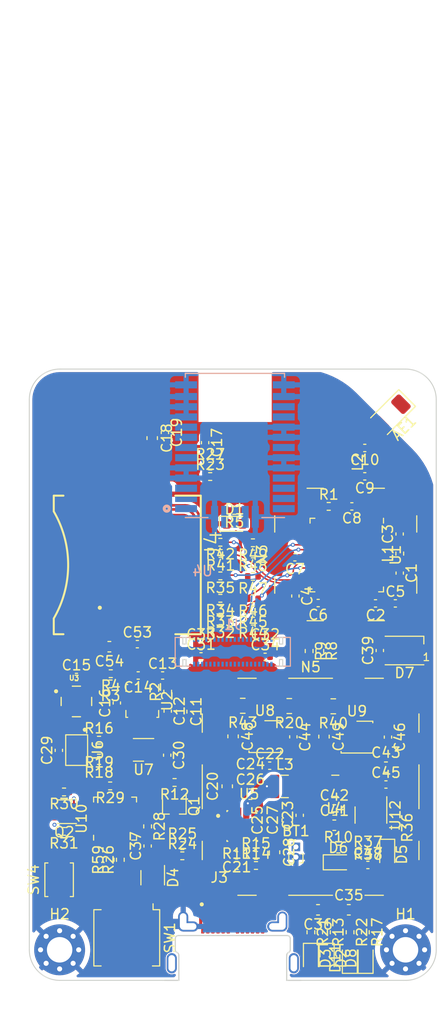
<source format=kicad_pcb>
(kicad_pcb (version 20211014) (generator pcbnew)
  (layers (0 "F.Cu" signal) (1 "In1.Cu" signal) (2 "In2.Cu" signal) (31 "B.Cu" signal) (34 "B.Paste" user) (35 "F.Paste" user) (36 "B.SilkS" user "B.Silkscreen") (37 "F.SilkS" user "F.Silkscreen") (38 "B.Mask" user) (39 "F.Mask" user) (44 "Edge.Cuts" user))
  (net 0 "")
  (net 1 "GND")
  (net 2 "Net-(C16-Pad1)")
  (net 3 "/Processor/3V3_ESP_VDDA_FILT")
  (net 4 "VDD_AUX_3V3")
  (net 5 "VBUS")
  (net 6 "VBUS_OVP")
  (net 7 "VDD_NVDC")
  (net 8 "+BATT")
  (net 9 "/GPS/GPS_RF")
  (net 10 "Net-(C48-Pad1)")
  (net 11 "Net-(C9-Pad1)")
  (net 12 "Net-(C22-Pad1)")
  (net 13 "Net-(C14-Pad1)")
  (net 14 "Net-(C22-Pad2)")
  (net 15 "Net-(C49-Pad1)")
  (net 16 "Net-(C29-Pad2)")
  (net 17 "Net-(C47-Pad2)")
  (net 18 "/Processor/DEV_BTN.RST")
  (net 19 "/Processor/DEV_BTN.BOOT")
  (net 20 "/GPS/L96_1PPS")
  (net 21 "Net-(D3-Pad1)")
  (net 22 "Net-(D2-Pad1)")
  (net 23 "/BMS/SENSOR_I2C.SDA")
  (net 24 "/BMS/SENSOR_I2C.SCL")
  (net 25 "Net-(D1-Pad2)")
  (net 26 "/Processor/USB_PRESENT")
  (net 27 "/BMS/THERM_SHDN")
  (net 38 "Net-(L4-Pad1)")
  (net 39 "/Processor/DEBUG_UART.RXD")
  (net 40 "/USB/CP2102N_UART_TX")
  (net 41 "/Processor/DEBUG_UART.TXD")
  (net 42 "/USB/CP2102N_UART_RX")
  (net 43 "/GPS/GPS_UART.RX")
  (net 44 "/GPS/GPS_UART.TX")
  (net 45 "Net-(R2-Pad1)")
  (net 46 "VDD_DISP_3V3")
  (net 47 "VDD_CORE_3V3")
  (net 48 "Net-(R14-Pad1)")
  (net 49 "Net-(R15-Pad1)")
  (net 50 "Net-(R28-Pad1)")
  (net 51 "/Processor/SDMMC.D2")
  (net 52 "/Processor/SDMMC.D3")
  (net 53 "/Processor/SDMMC.CMD")
  (net 54 "/Processor/SDMMC.CLK")
  (net 55 "/Processor/SDMMC.D0")
  (net 56 "/Processor/SDMMC.D1")
  (net 58 "/Processor/STATUS_LED")
  (net 59 "/Display B2B/DISPLAY.MOSI")
  (net 60 "/Display B2B/DISPLAY.MISO")
  (net 61 "/Display B2B/DISPLAY.SCLK")
  (net 62 "/Display B2B/DISPLAY.CS")
  (net 63 "/Display B2B/DISPLAY.DC")
  (net 64 "/Display B2B/DISPLAY.BL")
  (net 67 "/BMS/USB_CC.1")
  (net 68 "Net-(J4-Pad1)")
  (net 69 "/BMS/USB_CC.2")
  (net 70 "/Display B2B/USR_BTN.NAV_A")
  (net 71 "/Display B2B/USR_BTN.PWR")
  (net 76 "Net-(C13-Pad1)")
  (net 101 "/USB/PORT_D+")
  (net 102 "/USB/PORT_D-")
  (net 103 "/USB/CP2102N_D+")
  (net 104 "/USB/CP2102N_D-")
  (net 105 "/BMS/USB_CHG.D+")
  (net 106 "/BMS/USB_CHG.D-")
  (net 108 "Net-(AE1-Pad2)")
  (net 109 "Net-(J4-Pad2)")
  (net 110 "Net-(J4-Pad3)")
  (net 111 "Net-(J4-Pad5)")
  (net 112 "Net-(J4-Pad7)")
  (net 113 "Net-(J4-Pad8)")
  (net 114 "Net-(C21-Pad1)")
  (net 115 "Net-(Q1-Pad2)")
  (net 116 "/Display B2B/STATUS_LED_EXT")
  (net 117 "/Display B2B/SPARE_0")
  (net 118 "/Display B2B/SPARE_1")
  (net 119 "/Display B2B/SPARE_2")
  (net 120 "Net-(R21-Pad1)")
  (net 121 "/Power/POWER_EN")
  (net 122 "/User Interface/STATUS_LED")
  (net 123 "/User Interface/STATUS_LED_EXT")
  (net 124 "/USB/CP2102N_DTR")
  (net 125 "/USB/~{RTS}_BASE")
  (net 126 "/USB/CP2102N_RTS")
  (net 127 "/USB/DTR_BASE")
  (net 128 "/USB/CP2102N_~{SUS}")
  (net 129 "/Processor/SPARE0")
  (net 130 "/Processor/POWER_EN")
  (net 131 "/Processor/SPARE1")
  (net 132 "/Processor/SPARE2")
  (net 133 "Net-(TP11-Pad1)")
  (net 134 "Net-(TP13-Pad1)")
  (net 135 "Net-(TP12-Pad1)")
  (net 136 "Net-(TP14-Pad1)")
  (net 145 "VDD_SYS_3V5")
  (net 148 "/Power/BOOTSTRAP")
  (net 149 "Net-(D6-Pad2)")
  (net 150 "Net-(D8-Pad1)")
  (net 151 "Net-(D8-Pad2)")
  (net 152 "Net-(D11-Pad1)")
  (net 153 "Net-(D11-Pad2)")
  (net 156 "/Processor/USR_BTN.PWR")
  (net 157 "/Processor/USR_BTN.NAV_A")
  (net 163 "Net-(C6-Pad1)")
  (net 164 "Net-(D6-Pad1)")
  (net 165 "Net-(R23-Pad1)")
  (net 166 "VDD_DISP_3V5")
  (net 167 "Net-(R27-Pad1)")
  (net 168 "Net-(C23-Pad1)")
  (footprint "Capacitor_SMD:C_0402_1005Metric" (layer "F.Cu") (at 160.43 90.1 -90)
    (fp_text reference "C1")
    (fp_text value "0.1u")
  )
  (footprint "Capacitor_SMD:C_0603_1608Metric" (layer "F.Cu") (at 154 114.85)
    (fp_text reference "C41")
    (fp_text value "10u")
  )
  (footprint "Package_DFN_QFN:DFN-8-1EP_3x3mm_P0.65mm_EP1.55x2.4mm" (layer "F.Cu") (at 147.175 106.15)
    (fp_text reference "U8")
    (fp_text value "NCV8187AMLExCG")
  )
  (footprint "Resistor_SMD:R_0402_1005Metric" (layer "F.Cu") (at 139.06 116.85)
    (fp_text reference "R25")
    (fp_text value "0")
  )
  (footprint "Resistor_SMD:R_0402_1005Metric" (layer "F.Cu") (at 130.875 108.5 180)
    (fp_text reference "R18")
    (fp_text value "4.7k")
  )
  (footprint "Resistor_SMD:R_0402_1005Metric" (layer "F.Cu") (at 146 92.625 180)
    (fp_text reference "R46")
    (fp_text value "10k")
  )
  (footprint "Resistor_SMD:R_0402_1005Metric" (layer "F.Cu") (at 154.4 117.1875)
    (fp_text reference "R10")
    (fp_text value "1k")
  )
  (footprint "Capacitor_SMD:C_0402_1005Metric" (layer "F.Cu") (at 160 93.075)
    (fp_text reference "C5")
    (fp_text value "0.1u")
  )
  (footprint "Resistor_SMD:R_0402_1005Metric" (layer "F.Cu") (at 157.31 116.55 180)
    (fp_text reference "R38")
    (fp_text value "100k")
  )
  (footprint "Resistor_SMD:R_0402_1005Metric" (layer "F.Cu") (at 137.625 101.75 90)
    (fp_text reference "R2")
    (fp_text value "10k")
  )
  (footprint "Resistor_SMD:R_0402_1005Metric" (layer "F.Cu") (at 142.8 93.675 180)
    (fp_text reference "R33")
    (fp_text value "22")
  )
  (footprint "Capacitor_SMD:C_0402_1005Metric" (layer "F.Cu") (at 150.175 92.35 -90)
    (fp_text reference "C4")
    (fp_text value "1u")
  )
  (footprint "Resistor_SMD:R_0402_1005Metric" (layer "F.Cu") (at 146.3 117.8)
    (fp_text reference "R15")
    (fp_text value "14k")
  )
  (footprint "RF_Shielding:Wuerth_36103205_20x20mm" (layer "F.Cu") (at 151.67 111.07375)
    (fp_text reference "N5")
    (fp_text value "SheildCan_Power")
  )
  (footprint "Capacitor_SMD:C_0603_1608Metric" (layer "F.Cu") (at 149.375 114.35 90)
    (fp_text reference "C27")
    (fp_text value "10u")
  )
  (footprint "Capacitor_SMD:C_0402_1005Metric" (layer "F.Cu") (at 147.2 98.325)
    (fp_text reference "C34")
    (fp_text value "1u")
  )
  (footprint "Capacitor_SMD:C_0603_1608Metric" (layer "F.Cu") (at 148.125 117.5 -90)
    (fp_text reference "C28")
    (fp_text value "10u")
  )
  (footprint "Resistor_SMD:R_0402_1005Metric" (layer "F.Cu") (at 139.06 117.85)
    (fp_text reference "R24")
    (fp_text value "0")
  )
  (footprint "Package_DFN_QFN:QFN-48-1EP_7x7mm_P0.5mm_EP5.3x5.3mm" (layer "F.Cu") (at 155.225 88.33 -90)
    (fp_text reference "U1")
    (fp_text value "ESP32-PICO-V3-02")
  )
  (footprint "Resistor_SMD:R_0402_1005Metric" (layer "F.Cu") (at 160.435 88.185 90)
    (fp_text reference "L1")
    (fp_text value "0")
  )
  (footprint "Resistor_SMD:R_0402_1005Metric" (layer "F.Cu") (at 146.3 118.8)
    (fp_text reference "R14")
    (fp_text value "14k")
  )
  (footprint "Resistor_SMD:R_0402_1005Metric" (layer "F.Cu") (at 157.05 125.35 -90)
    (fp_text reference "R17")
    (fp_text value "1k")
  )
  (footprint "Capacitor_SMD:C_0603_1608Metric" (layer "F.Cu") (at 154 113.35)
    (fp_text reference "C42")
    (fp_text value "10u")
  )
  (footprint "Capacitor_SMD:C_0402_1005Metric" (layer "F.Cu") (at 155.725 83.555 180)
    (fp_text reference "C8")
    (fp_text value "0.1u")
  )
  (footprint "bt_Connector_uSD:GCT_MEM2067-02-180-00-A_REVB" (layer "F.Cu") (at 133.65 89.3 -90)
    (fp_text reference "J4")
    (fp_text value "MEM2067")
  )
  (footprint "LED_SMD:LED_0603_1608Metric" (layer "F.Cu") (at 157.075 127.9 90)
    (fp_text reference "D8")
    (fp_text value "LED_Small_Filled")
  )
  (footprint "Resistor_SMD:R_0402_1005Metric" (layer "F.Cu") (at 142.8 94.775 180)
    (fp_text reference "R32")
    (fp_text value "22")
  )
  (footprint "Package_TO_SOT_SMD:TSOT-23-8" (layer "F.Cu") (at 157.6 113.85 -90)
    (fp_text reference "U12")
    (fp_text value "RT5789")
  )
  (footprint "Capacitor_SMD:C_0603_1608Metric" (layer "F.Cu") (at 139 103.7 -90)
    (fp_text reference "C11")
    (fp_text value "4.7u")
  )
  (footprint "Capacitor_SMD:C_0402_1005Metric" (layer "F.Cu") (at 160.420305 86.264695 90)
    (fp_text reference "C3")
    (fp_text value "0.1u")
  )
  (footprint "Capacitor_SMD:C_0402_1005Metric" (layer "F.Cu") (at 156.995 80.604265 180)
    (fp_text reference "C9")
    (fp_text value "0.1u")
  )
  (footprint "Capacitor_SMD:C_0402_1005Metric" (layer "F.Cu") (at 147.20066 97.27434)
    (fp_text reference "C32")
    (fp_text value "1u")
  )
  (footprint "Resistor_SMD:R_0402_1005Metric" (layer "F.Cu") (at 142.8 90.375 180)
    (fp_text reference "R35")
    (fp_text value "22")
  )
  (footprint "Capacitor_SMD:C_0402_1005Metric" (layer "F.Cu") (at 141.3 77.3 -90)
    (fp_text reference "C17")
    (fp_text value "0.1u")
  )
  (footprint "Resistor_SMD:R_0402_1005Metric" (layer "F.Cu") (at 146 88.225 180)
    (fp_text reference "R48")
    (fp_text value "10k")
  )
  (footprint "bt_Connector_USB:AMPHENOL_124019032112A" (layer "F.Cu") (at 144.02 127.615)
    (fp_text reference "J3")
    (fp_text value "USB_C_Receptacle")
    (fp_line (start 5.65 -1.64) (end 5.65 -0.54) (layer "Edge.Cuts") (width 0.12))
    (fp_line (start -5.35 -1.94) (end 0 -1.94) (layer "Edge.Cuts") (width 0.12))
    (fp_line (start 5.35 -1.94) (end 0 -1.94) (layer "Edge.Cuts") (width 0.12))
    (fp_line (start 5.3 2.46) (end 6.7 2.46) (layer "Edge.Cuts") (width 0.12))
    (fp_line (start 5.3 0) (end 5.3 2.46) (layer "Edge.Cuts") (width 0.12))
    (fp_line (start -5.3 0) (end -5.3 2.46) (layer "Edge.Cuts") (width 0.12))
    (fp_line (start -5.3 2.46) (end -6.7 2.46) (layer "Edge.Cuts") (width 0.12))
    (fp_line (start -5.65 -1.64) (end -5.65 -0.54) (layer "Edge.Cuts") (width 0.12))
    (fp_arc (start -5.65 -1.64) (mid -5.562132 -1.852132) (end -5.35 -1.94) (layer "Edge.Cuts") (width 0.12))
    (fp_arc (start -5.5 -0.29) (mid -5.357118 -0.174574) (end -5.3 0) (layer "Edge.Cuts") (width 0.12))
    (fp_arc (start 5.3 0) (mid 5.357118 -0.174574) (end 5.5 -0.29) (layer "Edge.Cuts") (width 0.12))
    (fp_arc (start 5.35 -1.94) (mid 5.562132 -1.852132) (end 5.65 -1.64) (layer "Edge.Cuts") (width 0.12))
    (fp_arc (start -5.5 -0.29) (mid -5.609623 -0.394226) (end -5.65 -0.54) (layer "Edge.Cuts") (width 0.12))
    (fp_arc (start 5.65 -0.54) (mid 5.609623 -0.394226) (end 5.5 -0.29) (layer "Edge.Cuts") (width 0.12))
  )
  (footprint "LED_SMD:LED_0603_1608Metric" (layer "F.Cu") (at 155.525 127.9 90)
    (fp_text reference "D11")
    (fp_text value "LED_Small_Filled")
  )
  (footprint "Inductor_SMD:L_0402_1005Metric" (layer "F.Cu") (at 157.475 79.22957 90)
    (fp_text reference "L2")
    (fp_text value "L_Small")
  )
  (footprint "Package_TO_SOT_SMD:SOT-363_SC-70-6" (layer "F.Cu") (at 136.15 120 -90)
    (fp_text reference "D4")
    (fp_text value "ESD5V5U5ULCE6327HTSA1")
  )
  (footprint "Resistor_SMD:R_0402_1005Metric" (layer "F.Cu") (at 127.435 111.5825 180)
    (fp_text reference "R30")
    (fp_text value "10k")
  )
  (footprint "Capacitor_SMD:C_0402_1005Metric" (layer "F.Cu") (at 128.655 100.3)
    (fp_text reference "C15")
    (fp_text value "0.1u")
  )
  (footprint "Capacitor_SMD:C_0603_1608Metric" (layer "F.Cu") (at 143.475 111.025 90)
    (fp_text reference "C20")
    (fp_text value "4.7u")
  )
  (footprint "Button_Switch_SMD:SW_DIP_SPSTx04_Slide_Copal_CHS-04A_W5.08mm_P1.27mm_JPin" (layer "F.Cu") (at 133.6 125.9 -90)
    (fp_text reference "SW1")
    (fp_text value "OVERRIDE")
  )
  (footprint "Resistor_SMD:R_0402_1005Metric" (layer "F.Cu") (at 153.45 83.555)
    (fp_text reference "R1")
    (fp_text value "100k")
  )
  (footprint "Capacitor_SMD:C_0402_1005Metric" (layer "F.Cu") (at 134.725 100.15 180)
    (fp_text reference "C14")
    (fp_text value "0.1u")
  )
  (footprint "Resistor_SMD:R_0402_1005Metric" (layer "F.Cu") (at 131.9675 110.99 180)
    (fp_text reference "R29")
    (fp_text value "100k")
  )
  (footprint "Capacitor_SMD:C_0402_1005Metric" (layer "F.Cu") (at 158.475 97.7 90)
    (fp_text reference "C39")
    (fp_text value "0.1u")
  )
  (footprint "Capacitor_SMD:C_0603_1608Metric" (layer "F.Cu") (at 159.075 109.15)
    (fp_text reference "C43")
    (fp_text value "4.7u")
  )
  (footprint "LED_SMD:LED_0603_1608Metric" (layer "F.Cu") (at 159.2 117.7125 -90)
    (fp_text reference "D5")
    (fp_text value "MBR0540")
  )
  (footprint "Resistor_SMD:R_0805_2012Metric" (layer "F.Cu") (at 149.575 103.15 180)
    (fp_text reference "R20")
    (fp_text value "0")
  )
  (footprint "Resistor_SMD:R_0402_1005Metric" (layer "F.Cu") (at 152.575 97.75 -90)
    (fp_text reference "R8")
    (fp_text value "0")
  )
  (footprint "Resistor_SMD:R_0402_1005Metric" (layer "F.Cu") (at 142.8196 88.174999 180)
    (fp_text reference "R41")
    (fp_text value "22")
  )
  (footprint "Capacitor_SMD:C_0603_1608Metric" (layer "F.Cu") (at 145.75 111.8)
    (fp_text reference "C26")
    (fp_text value "10u")
  )
  (footprint "LED_SMD:LED_SK6805_PLCC4_2.4x2.7mm_P1.3mm" (layer "F.Cu") (at 160.9 97.7 180)
    (fp_text reference "D7")
    (fp_text value "SK6805")
  )
  (footprint "Capacitor_SMD:C_0402_1005Metric" (layer "F.Cu") (at 158.05 93.075 180)
    (fp_text reference "C2")
    (fp_text value "1u")
  )
  (footprint "Capacitor_SMD:C_0402_1005Metric" (layer "F.Cu") (at 134.6396 97.075001)
    (fp_text reference "C53")
    (fp_text value "0.1u")
  )
  (footprint "LED_SMD:LED_0603_1608Metric" (layer "F.Cu") (at 154.4 118.4875)
    (fp_text reference "D6")
    (fp_text value "LED_Small_Filled")
  )
  (footprint "MountingHole:MountingHole_2.5mm_Pad_Via" (layer "F.Cu") (at 161 127.075)
    (fp_text reference "H1")
    (fp_text value "BL")
  )
  (footprint "Resistor_SMD:R_0402_1005Metric" (layer "F.Cu") (at 141.8 80.625)
    (fp_text reference "R23")
    (fp_text value "0")
  )
  (footprint "Capacitor_SMD:C_0402_1005Metric" (layer "F.Cu") (at 147.65 109.005)
    (fp_text reference "C22")
    (fp_text value "0.1u")
  )
  (footprint "Resistor_SMD:R_0402_1005Metric" (layer "F.Cu") (at 138.3 110.65 180)
    (fp_text reference "R12")
    (fp_text value "100k")
  )
  (footprint "Resistor_SMD:R_0402_1005Metric" (layer "F.Cu") (at 144.175 83.95 180)
    (fp_text reference "R5")
    (fp_text value "1k")
  )
  (footprint "Resistor_SMD:R_0402_1005Metric" (layer "F.Cu") (at 146 93.725 180)
    (fp_text reference "R45")
    (fp_text value "10k")
  )
  (footprint "LED_SMD:LED_0603_1608Metric" (layer "F.Cu") (at 144.195 85.26)
    (fp_text reference "D1")
    (fp_text value "LED_Small_Filled")
  )
  (footprint "Capacitor_SMD:C_0603_1608Metric" (layer "F.Cu") (at 145.75 110.275)
    (fp_text reference "C24")
    (fp_text value "10u")
  )
  (footprint "Capacitor_SMD:C_0603_1608Metric" (layer "F.Cu") (at 136.1 76.85 -90)
    (fp_text reference "C18")
    (fp_text value "4.7u")
  )
  (footprint "Resistor_SMD:R_0402_1005Metric" (layer "F.Cu") (at 135.65 114.9625 -90)
    (fp_text reference "R28")
    (fp_text value "100k")
  )
  (footprint "Capacitor_SMD:C_0402_1005Metric" (layer "F.Cu") (at 159.075 110.85)
    (fp_text reference "C45")
    (fp_text value "1u")
  )
  (footprint "bt_Package_LGA:TE_MS563702BA03-50" (layer "F.Cu") (at 128.65 102.7)
    (fp_text reference "U3")
    (fp_text value "MS5637-02BA03")
  )
  (footprint "Resistor_SMD:R_0402_1005Metric" (layer "F.Cu") (at 130.875 107.5 180)
    (fp_text reference "R19")
    (fp_text value "4.7k")
  )
  (footprint "MountingHole:MountingHole_2.5mm_Pad_Via" (layer "F.Cu") (at 127 127.075)
    (fp_text reference "H2")
    (fp_text value "BR")
  )
  (footprint "Capacitor_SMD:C_0402_1005Metric" (layer "F.Cu") (at 137.125 100.15)
    (fp_text reference "C13")
    (fp_text value "0.1u")
  )
  (footprint "bt_Package_SON:XSON-8U" (layer "F.Cu") (at 128.675 107.475 180)
    (fp_text reference "U6")
    (fp_text value "LM75B")
  )
  (footprint "Resistor_SMD:R_0402_1005Metric" (layer "F.Cu") (at 146 90.425 180)
    (fp_text reference "R47")
    (fp_text value "10k")
  )
  (footprint "Package_DFN_QFN:TDFN-8-1EP_2x2mm_P0.5mm_EP0.8x1.2mm" (layer "F.Cu") (at 135.25 107.45 180)
    (fp_text reference "U7")
    (fp_text value "MAX17048G")
  )
  (footprint "LED_SMD:LED_0603_1608Metric" (layer "F.Cu") (at 153.25 127.925 -90)
    (fp_text reference "D2")
    (fp_text value "LED_Small_Filled")
  )
  (footprint "Capacitor_SMD:C_0402_1005Metric" (layer "F.Cu") (at 137.625 103.65 -90)
    (fp_text reference "C12")
    (fp_text value "0.1u")
  )
  (footprint "Capacitor_SMD:C_0402_1005Metric" (layer "F.Cu") (at 159.275 106.2 -90)
    (fp_text reference "C46")
    (fp_text value "1u")
  )
  (footprint "Capacitor_SMD:C_0603_1608Metric" (layer "F.Cu") (at 152.9875 106.15 -90)
    (fp_text reference "C49")
    (fp_text value "10u")
  )
  (footprint "Package_TO_SOT_SMD:SOT-363_SC-70-6" (layer "F.Cu") (at 127.455 113.52 180)
    (fp_text reference "Q2")
    (fp_text value "MBT2222ADW1T1")
  )
  (footprint "Resistor_SMD:R_0402_1005Metric" (layer "F.Cu") (at 132.9675 118.24 90)
    (fp_text reference "R26")
    (fp_text value "0")
  )
  (footprint "Package_DFN_QFN:DFN-8-1EP_3x3mm_P0.65mm_EP1.55x2.4mm" (layer "F.Cu") (at 156.225 106.2)
    (fp_text reference "U9")
    (fp_text value "NCV8187AMLExCG")
  )
  (footprint "Resistor_SMD:R_0402_1005Metric" (layer "F.Cu") (at 151.7 125.35 -90)
    (fp_text reference "R21")
    (fp_text value "1k")
  )
  (footprint "Capacitor_SMD:C_0603_1608Metric" (layer "F.Cu") (at 144.05 106.125 -90)
    (fp_text reference "C48")
    (fp_text value "10u")
  )
  (footprint "Capacitor_SMD:C_0402_1005Metric" (layer "F.Cu") (at 137.575 107.975 -90)
    (fp_text reference "C30")
    (fp_text value "0.1u")
  )
  (footprint "Button_Switch_SMD:SW_SPST_B3U-1000P" (layer "F.Cu") (at 126.95 120.2 90)
    (fp_text reference "SW4")
    (fp_text value "SW_Push")
  )
  (footprint "Capacitor_SMD:C_0402_1005Metric" (layer "F.Cu") (at 144.4 117.8 180)
    (fp_text reference "C21")
    (fp_text value "1u")
  )
  (footprint "Capacitor_SMD:C_0402_1005Metric" (layer "F.Cu") (at 150.6 113.875 90)
    (fp_text reference "C23")
    (fp_text value "1u")
  )
  (footprint "Capacitor_SMD:C_0402_1005Metric" (layer "F.Cu") (at 126.925 107.5 90)
    (fp_text reference "C29")
    (fp_text value "0.1u")
  )
  (footprint "Package_TO_SOT_SMD:SOT-323_SC-70" (layer "F.Cu") (at 138.275 113.025 -90)
    (fp_text reference "Q1")
    (fp_text value "Q_NMOS_DGS")
  )
  (footprint "Inductor_SMD:L_Wuerth_MAPI-2510" (layer "F.Cu") (at 154.1 111.04 180)
    (fp_text reference "L4")
    (fp_text value "1u")
  )
  (footprint "Capacitor_SMD:C_0402_1005Metric" (layer "F.Cu") (at 140.9 98.275)
    (fp_text reference "C31")
    (fp_text value "1u")
  )
  (footprint "Resistor_SMD:R_0402_1005Metric" (layer "F.Cu") (at 151.525 97.75 -90)
    (fp_text reference "R9")
    (fp_text value "0")
  )
  (footprint "Capacitor_SMD:C_0603_1608Metric" (layer "F.Cu") (at 131.8896 97.325001 180)
    (fp_text reference "C54")
    (fp_text value "4.7u")
  )
  (footprint "Capacitor_SMD:C_0402_1005Metric" (layer "F.Cu") (at 157.3 118.75)
    (fp_text reference "C47")
    (fp_text value "10p")
  )
  (footprint "Resistor_SMD:R_0805_2012Metric" (layer "F.Cu") (at 145 103.125 180)
    (fp_text reference "R43")
    (fp_text value "0")
  )
  (footprint "Package_LGA:LGA-16_3x3mm_P0.5mm_LayoutBorder3x5y" (layer "F.Cu") (at 135.125 102.65 -90)
    (fp_text reference "U2")
    (fp_text value "FXOS8700CQR1")
  )
  (footprint "Capacitor_SMD:C_0603_1608Metric" (layer "F.Cu") (at 147.875 114.35 90)
    (fp_text reference "C25")
    (fp_text value "10u")
  )
  (footprint "Package_DFN_QFN:QFN-24-1EP_4x4mm_P0.5mm_EP2.6x2.6mm" (layer "F.Cu") (at 132.45 114.2 90)
    (fp_text reference "U10")
    (fp_text value "CP2102N-Axx-xQFN24")
  )
  (footprint "Capacitor_SMD:C_0402_1005Metric" (layer "F.Cu") (at 137.35 76.3 -90)
    (fp_text reference "C19")
    (fp_text value "0.1u")
  )
  (footprint "Resistor_SMD:R_0805_2012Metric" (layer "F.Cu") (at 153.9 103.175 180)
    (fp_text reference "R40")
    (fp_text value "0")
  )
  (footprint "Resistor_SMD:R_0402_1005Metric" (layer "F.Cu") (at 144.4 118.8)
    (fp_text reference "R11")
    (fp_text value "100k")
  )
  (footprint "RF_Antenna:Johanson_2450AT18x100" (layer "F.Cu") (at 159.524695 74.550305 -135)
    (fp_text reference "AE1")
    (fp_text value "2.4G")
  )
  (footprint "Capacitor_SMD:C_0603_1608Metric" (layer "F.Cu") (at 155.425 123.15)
    (fp_text reference "C35")
    (fp_text value "4.7u")
  )
  (footprint "Resistor_SMD:R_0402_1005Metric" (layer "F.Cu") (at 132.025 99.975 180)
    (fp_text reference "R4")
    (fp_text value "4.7k")
  )
  (footprint "Resistor_SMD:R_0402_1005Metric" (layer "F.Cu") (at 153.225 125.35 -90)
    (fp_text reference "R13")
    (fp_text value "1k")
  )
  (footprint "Resistor_SMD:R_0402_1005Metric" (layer "F.Cu") (at 141.8 79.6)
    (fp_text reference "R27")
    (fp_text value "0")
  )
  (footprint "Resistor_SMD:R_0402_1005Metric" (layer "F.Cu") (at 160 115.0875 -90)
    (fp_text reference "R36")
    (fp_text value "100k")
  )
  (footprint "Resistor_SMD:R_0402_1005Metric" (layer "F.Cu") (at 157.31 117.65)
    (fp_text reference "R37")
    (fp_text value "?")
  )
  (footprint "Capacitor_SMD:C_0603_1608Metric" (layer "F.Cu") (at 152.4 123.15 180)
    (fp_text reference "C36")
    (fp_text value "4.7u")
  )
  (footprint "Resistor_SMD:R_0402_1005Metric" (layer "F.Cu") (at 146 94.825 180)
    (fp_text reference "R44")
    (fp_text value "10k")
  )
  (footprint "RF_Shielding:Laird_Technologies_BMI-S-101_13.66x12.70mm" (layer "F.Cu") (at 155.125 88.275 90)
    (fp_text reference "N3")
    (fp_text value "ShieldCan_ESP")
  )
  (footprint "Capacitor_SMD:C_0402_1005Metric" (layer "F.Cu") (at 149.975 106.175 -90)
    (fp_text reference "C44")
    (fp_text value "1u")
  )
  (footprint "Capacitor_SMD:C_0402_1005Metric" (layer "F.Cu") (at 150.125 88.55 180)
    (fp_text reference "C7")
    (fp_text value "0.1u")
  )
  (footprint "Resistor_SMD:R_0402_1005Metric" (layer "F.Cu") (at 155.55 125.35 -90)
    (fp_text reference "R22")
    (fp_text value "1k")
  )
  (footprint "Inductor_SMD:L_Wuerth_MAPI-2510" (layer "F.Cu") (at 149.1325 111.04)
    (fp_text reference "L3")
    (fp_text value "0.47u")
  )
  (footprint "Connector_PinHeader_1.00mm:PinHeader_1x02_P1.00mm_Vertical" (layer "F.Cu") (at 150.225 116.975)
    (fp_text reference "BT1")
    (fp_text value "JST-PH-2")
  )
  (footprint "Capacitor_SMD:C_0402_1005Metric" (layer "F.Cu") (at 132.625 102.85 90)
    (fp_text reference "C16")
    (fp_text value "0.1u")
  )
  (footprint "Capacitor_SMD:C_0402_1005Metric" (layer "F.Cu") (at 152.415 93.04 180)
    (fp_text reference "C6")
    (fp_text value "0.1u")
  )
  (footprint "Capacitor_SMD:C_0402_1005Metric" (layer "F.Cu") (at 156.995 77.81934 180)
    (fp_text reference "C10")
    (fp_text value "0.1u")
  )
  (footprint "Capacitor_SMD:C_0402_1005Metric" (layer "F.Cu") (at 140.90066 97.27434)
    (fp_text reference "C33")
    (fp_text value "1u")
  )
  (footprint "Resistor_SMD:R_0402_1005Metric" (layer "F.Cu") (at 142.8 92.575 180)
    (fp_text reference "R34")
    (fp_text value "22")
  )
  (footprint "Resistor_SMD:R_0402_1005Metric" (layer "F.Cu") (at 132 100.975 180)
    (fp_text reference "R3")
    (fp_text value "4.7k")
  )
  (footprint "Resistor_SMD:R_0402_1005Metric" (layer "F.Cu") (at 146 87.125 180)
    (fp_text reference "R49")
    (fp_text value "10k")
  )
  (footprint "bt_Package_QFN:FC2QFN-24-3x3_P0.4mm" (layer "F.Cu") (at 144.95 114.925)
    (fp_text reference "U5")
    (fp_text value "MAX77751")
  )
  (footprint "Resistor_SMD:R_0402_1005Metric" (layer "F.Cu") (at 131.9675 118.24 90)
    (fp_text reference "R59")
    (fp_text value "0")
  )
  (footprint "Resistor_SMD:R_0402_1005Metric" (layer "F.Cu") (at 127.425 115.4525 180)
    (fp_text reference "R31")
    (fp_text value "10k")
  )
  (footprint "LED_SMD:LED_0603_1608Metric" (layer "F.Cu") (at 151.7 127.925 -90)
    (fp_text reference "D3")
    (fp_text value "LED_Small_Filled")
  )
  (footprint "Capacitor_SMD:C_0402_1005Metric" (layer "F.Cu") (at 135.65 116.8875 90)
    (fp_text reference "C37")
    (fp_text value "0.1u")
  )
  (footprint "Resistor_SMD:R_0402_1005Metric" (layer "F.Cu") (at 130.875 106.5)
    (fp_text reference "R16")
    (fp_text value "0")
  )
  (footprint "Resistor_SMD:R_0402_1005Metric" (layer "F.Cu") (at 142.8 87.075 180)
    (fp_text reference "R42")
    (fp_text value "22")
  )
  (footprint "Connector_Molex:Molex_SlimStack_502426-4010_2x20_P0.40mm_Vertical" (layer "B.Cu") (at 144.01934 97.82566 180)
    (fp_text reference "J1")
    (fp_text value "Conn_02x20_Odd_Even_Shielded")
    (fp_line (start -4.91 -0.76) (end -4.91 -1.41) (layer "Edge.Cuts") (width 0.1))
    (fp_line (start -4.91 -1.41) (end -4.59 -1.41) (layer "Edge.Cuts") (width 0.1))
    (fp_line (start 4.91 -1.41) (end 4.91 -0.76) (layer "Edge.Cuts") (width 0.1))
    (fp_line (start 4.59 0.76) (end 4.91 0.76) (layer "Edge.Cuts") (width 0.1))
    (fp_line (start -4.91 1.41) (end -4.91 0.76) (layer "Edge.Cuts") (width 0.1))
    (fp_line (start 4.91 0.76) (end 4.91 1.41) (layer "Edge.Cuts") (width 0.1))
    (fp_line (start -4.59 1.41) (end -4.91 1.41) (layer "Edge.Cuts") (width 0.1))
    (fp_line (start 4.91 -0.76) (end 4.59 -0.76) (layer "Edge.Cuts") (width 0.1))
    (fp_line (start 4.59 -0.76) (end 4.59 -1.41) (layer "Edge.Cuts") (width 0.1))
    (fp_line (start 4.59 1.41) (end 4.59 0.76) (layer "Edge.Cuts") (width 0.1))
    (fp_line (start -4.91 0.76) (end -4.59 0.76) (layer "Edge.Cuts") (width 0.1))
    (fp_line (start -4.59 -1.41) (end -4.59 -0.76) (layer "Edge.Cuts") (width 0.1))
    (fp_line (start -4.59 -0.76) (end -4.91 -0.76) (layer "Edge.Cuts") (width 0.1))
    (fp_line (start -4.59 0.76) (end -4.59 1.41) (layer "Edge.Cuts") (width 0.1))
    (fp_line (start 4.91 1.41) (end 4.59 1.41) (layer "Edge.Cuts") (width 0.1))
    (fp_line (start 4.59 -1.41) (end 4.91 -1.41) (layer "Edge.Cuts") (width 0.1))
  )
  (footprint "bt_Module_GPS:Quectel_L96-M33" (layer "B.Cu") (at 144.23184 77.575)
    (fp_text reference "U4")
    (fp_text value "L96-M33")
  )
  (gr_arc (start 164.02 127.075) (mid 163.14132 129.19632) (end 161.02 130.075) (layer "Edge.Cuts") (width 0.1))
  (gr_arc (start 161.01868 70.07632) (mid 163.14 70.955) (end 164.01868 73.07632) (layer "Edge.Cuts") (width 0.1))
  (gr_line (start 164.01868 73.07632) (end 164.02 127.075) (layer "Edge.Cuts") (width 0.1))
  (gr_arc (start 127.02132 130.075) (mid 124.9 129.19632) (end 124.02132 127.075) (layer "Edge.Cuts") (width 0.1))
  (gr_arc (start 124.02 73.075) (mid 124.89868 70.95368) (end 127.02 70.075) (layer "Edge.Cuts") (width 0.1))
  (gr_line (start 124.02 73.075) (end 124.02132 127.075) (layer "Edge.Cuts") (width 0.1))
  (gr_line (start 127.02 70.075) (end 161.01868 70.07632) (layer "Edge.Cuts") (width 0.1))
  (gr_line (start 150.72 130.075) (end 161.02 130.075) (layer "Edge.Cuts") (width 0.1))
  (gr_line (start 127.02132 130.075) (end 137.32 130.075) (layer "Edge.Cuts") (width 0.1))
  (segment (start 157.3 113.85) (end 159.7 113.85) (width 0.254) (layer "F.Cu") (net 1))
  (segment (start 159.85 109.15) (end 159.85 110.85) (width 0.254) (layer "F.Cu") (net 1))
  (segment (start 156.5875 112.75) (end 156.625 112.7125) (width 0.254) (layer "F.Cu") (net 1))
  (segment (start 159.85 113.7) (end 159.7 113.85) (width 0.254) (layer "F.Cu") (net 1))
  (segment (start 155.95 113.85) (end 154.95 114.85) (width 0.254) (layer "F.Cu") (net 1))
  (segment (start 157.3 113.85) (end 157.3 114.9625) (width 0.254) (layer "F.Cu") (net 1))
  (segment (start 156.7 113.85) (end 157.3 113.85) (width 0.254) (layer "F.Cu") (net 1))
  (segment (start 157.3 114.9625) (end 157.275 114.9875) (width 0.254) (layer "F.Cu") (net 1))
  (segment (start 156.625 113.775) (end 156.7 113.85) (width 0.254) (layer "F.Cu") (net 1))
  (segment (start 154.95 112.75) (end 156.5875 112.75) (width 0.254) (layer "F.Cu") (net 1))
  (segment (start 154.95 112.75) (end 154.95 114.85) (width 0.254) (layer "F.Cu") (net 1))
  (segment (start 156.625 112.7125) (end 156.625 113.775) (width 0.254) (layer "F.Cu") (net 1))
  (segment (start 159.85 110.85) (end 159.85 113.7) (width 0.254) (layer "F.Cu") (net 1))
  (segment (start 157.275 115.875) (end 157.275 114.9875) (width 0.254) (layer "F.Cu") (net 1))
  (segment (start 156.625 113.85) (end 155.95 113.85) (width 0.254) (layer "F.Cu") (net 1))
  (segment (start 156.8 116.35) (end 157.275 115.875) (width 0.254) (layer "F.Cu") (net 1))
  (segment (start 156.8 116.55) (end 156.8 116.35) (width 0.254) (layer "F.Cu") (net 1))
  (segment (start 160.325 86.64) (end 160.395 86.71) (width 0.254) (layer "F.Cu") (net 3))
  (segment (start 158.675 86.58) (end 160.022697 86.58) (width 0.254) (layer "F.Cu") (net 3))
  (segment (start 158.675 88.08) (end 159.457244 88.08) (width 0.254) (layer "F.Cu") (net 3))
  (arc (start 160.022697 86.58) (mid 160.23788 86.622803) (end 160.420305 86.744695) (width 0.254) (layer "F.Cu") (net 3))
  (arc (start 159.457244 88.08) (mid 159.986401 87.974745) (end 160.435 87.675) (width 0.254) (layer "F.Cu") (net 3))
  (segment (start 142.37 124.27) (end 142.575 124.475) (width 0.25) (layer "F.Cu") (net 5))
  (segment (start 142.37 123.875) (end 142.37 124.045) (width 0.25) (layer "F.Cu") (net 5))
  (segment (start 145.47 125.075) (end 145.47 124.555) (width 0.25) (layer "F.Cu") (net 5))
  (segment (start 142.37 123.875) (end 142.37 124.27) (width 0.25) (layer "F.Cu") (net 5))
  (segment (start 145.67 124.355) (end 145.67 123.875) (width 0.25) (layer "F.Cu") (net 5))
  (segment (start 142.575 124.475) (end 142.575 125.07) (width 0.25) (layer "F.Cu") (net 5))
  (segment (start 142.37 124.045) (end 142.4 124.075) (width 0.25) (layer "F.Cu") (net 5))
  (segment (start 145.47 124.555) (end 145.67 124.355) (width 0.25) (layer "F.Cu") (net 5))
  (segment (start 142.575 125.07) (end 142.57 125.075) (width 0.25) (layer "F.Cu") (net 5))
  (segment (start 157.925 111.225) (end 158.3 110.85) (width 0.254) (layer "F.Cu") (net 7))
  (segment (start 157.925 112.7125) (end 157.925 111.225) (width 0.254) (layer "F.Cu") (net 7))
  (segment (start 147.95 114.925) (end 148.125 115.1) (width 0.254) (layer "F.Cu") (net 7))
  (segment (start 158.3 109.15) (end 158.3 110.85) (width 0.254) (layer "F.Cu") (net 7))
  (segment (start 157.475 84.88) (end 157.475 80.604265) (width 0.254) (layer "F.Cu") (net 11))
  (segment (start 157.475 80.604265) (end 157.475 79.71457) (width 0.254) (layer "F.Cu") (net 11))
  (segment (start 145.35 112.85) (end 145.5 112.7) (width 0.254) (layer "F.Cu") (net 14))
  (segment (start 147.39 111.04) (end 147.375 111.025) (width 0.254) (layer "F.Cu") (net 14))
  (segment (start 145.35 113.425) (end 145.35 112.85) (width 0.254) (layer "F.Cu") (net 14))
  (segment (start 148.1575 111.04) (end 147.39 111.04) (width 0.254) (layer "F.Cu") (net 14))
  (via (at 147.375 111.025) (size 0.4) (drill 0.2) (layers "F.Cu" "B.Cu") (net 14))
  (via (at 145.5 112.7) (size 0.4) (drill 0.2) (layers "F.Cu" "B.Cu") (net 14))
  (segment (start 147.375 111.025) (end 147.175 111.025) (width 0.254) (layer "B.Cu") (net 14))
  (segment (start 147.175 111.025) (end 145.5 112.7) (width 0.254) (layer "B.Cu") (net 14))
  (segment (start 128.405 112.87) (end 128.405 112.2225) (width 0.2) (layer "F.Cu") (net 19))
  (via (at 128.405 112.2225) (size 0.4) (drill 0.2) (layers "F.Cu" "B.Cu") (net 19))
  (segment (start 157.3 110.95) (end 157.3 112.6875) (width 0.254) (layer "F.Cu") (net 38))
  (segment (start 155.075 110.05) (end 156.4 110.05) (width 0.254) (layer "F.Cu") (net 38))
  (segment (start 156.4 110.05) (end 157.3 110.95) (width 0.254) (layer "F.Cu") (net 38))
  (segment (start 157.3 112.6875) (end 157.275 112.7125) (width 0.254) (layer "F.Cu") (net 38))
  (segment (start 145.95 116.425) (end 145.95 116.7) (width 0.127) (layer "F.Cu") (net 48))
  (segment (start 146.3 117.05) (end 146.3 118.29) (width 0.127) (layer "F.Cu") (net 48))
  (segment (start 145.95 116.7) (end 146.3 117.05) (width 0.127) (layer "F.Cu") (net 48))
  (segment (start 146.3 118.29) (end 145.79 118.8) (width 0.127) (layer "F.Cu") (net 48))
  (segment (start 145.55 116.9) (end 145.79 117.14) (width 0.127) (layer "F.Cu") (net 49))
  (segment (start 145.79 117.14) (end 145.79 117.8) (width 0.127) (layer "F.Cu") (net 49))
  (segment (start 145.55 116.425) (end 145.55 116.9) (width 0.127) (layer "F.Cu") (net 49))
  (segment (start 144.225 94.8) (end 143.370355 94.8) (width 0.15) (layer "F.Cu") (net 51))
  (segment (start 150.868934 87.8) (end 150.475 87.8) (width 0.15) (layer "F.Cu") (net 51))
  (segment (start 151.775 88.08) (end 151.544913 88.08) (width 0.15) (layer "F.Cu") (net 51))
  (via (at 144.225 94.8) (size 0.4) (drill 0.2) (layers "F.Cu" "B.Cu") (net 51))
  (via (at 150.475 87.8) (size 0.4) (drill 0.2) (layers "F.Cu" "B.Cu") (net 51))
  (arc (start 143.370355 94.8) (mid 143.337692 94.793503) (end 143.31 94.775) (width 0.15) (layer "F.Cu") (net 51))
  (arc (start 151.05 87.875) (mid 150.966927 87.819492) (end 150.868934 87.8) (width 0.15) (layer "F.Cu") (net 51))
  (arc (start 151.544913 88.08) (mid 151.277068 88.026722) (end 151.05 87.875) (width 0.15) (layer "F.Cu") (net 51))
  (segment (start 149.450736 88.224264) (end 149.325 88.35) (width 0.15) (layer "B.Cu") (net 51))
  (segment (start 144.456802 94.8) (end 144.225 94.8) (width 0.15) (layer "B.Cu") (net 51))
  (segment (start 145.875 92.45) (end 145.875 92.462564) (width 0.15) (layer "B.Cu") (net 51))
  (segment (start 149.325 88.35) (end 146.33462 91.34038) (width 0.15) (layer "B.Cu") (net 51))
  (arc (start 145 94.575) (mid 144.750779 94.741524) (end 144.456802 94.8) (width 0.15) (layer "B.Cu") (net 51))
  (arc (start 145.875 92.462564) (mid 145.647595 93.605806) (end 145 94.575) (width 0.15) (layer "B.Cu") (net 51))
  (arc (start 150.475 87.8) (mid 149.920672 87.910263) (end 149.450736 88.224264) (width 0.15) (layer "B.Cu") (net 51))
  (arc (start 146.33462 91.34038) (mid 145.994452 91.849478) (end 145.875 92.45) (width 0.15) (layer "B.Cu") (net 51))
  (segment (start 143.31 93.675) (end 143.555457 93.675) (width 0.15) (layer "F.Cu") (net 52))
  (segment (start 150.143198 89.431802) (end 150.3 89.275) (width 0.15) (layer "F.Cu") (net 52))
  (segment (start 149.375 90.325) (end 149.523224 90.325) (width 0.15) (layer "F.Cu") (net 52))
  (segment (start 150.770771 89.08) (end 151.775 89.08) (width 0.15) (layer "F.Cu") (net 52))
  (via (at 149.375 90.325) (size 0.4) (drill 0.2) (layers "F.Cu" "B.Cu") (net 52))
  (via (at 146.875 92.3) (size 0.4) (drill 0.2) (layers "F.Cu" "B.Cu") (net 52))
  (arc (start 150.3 89.275) (mid 150.515991 89.130679) (end 150.770771 89.08) (width 0.15) (layer "F.Cu") (net 52))
  (arc (start 149.975 89.837868) (mid 150.018713 89.618107) (end 150.143198 89.431802) (width 0.15) (layer "F.Cu") (net 52))
  (arc (start 149.825 90.2) (mid 149.936016 90.033853) (end 149.975 89.837868) (width 0.15) (layer "F.Cu") (net 52))
  (arc (start 149.523224 90.325) (mid 149.686544 90.292514) (end 149.825 90.2) (width 0.15) (layer "F.Cu") (net 52))
  (arc (start 143.555457 93.675) (mid 145.35198 93.31765) (end 146.875 92.3) (width 0.15) (layer "F.Cu") (net 52))
  (segment (start 146.875 92.3) (end 148.478768 90.696232) (width 0.15) (layer "B.Cu") (net 52))
  (arc (start 148.478768 90.696232) (mid 148.889962 90.421481) (end 149.375 90.325) (width 0.15) (layer "B.Cu") (net 52))
  (segment (start 143.31 92.575) (end 144.057234 92.575) (width 0.15) (layer "F.Cu") (net 53))
  (segment (start 150.65 89.6) (end 151.726716 89.6) (width 0.15) (layer "F.Cu") (net 53))
  (via (at 147.075 91.325) (size 0.4) (drill 0.2) (layers "F.Cu" "B.Cu") (net 53))
  (via (at 150.65 89.6) (size 0.4) (drill 0.2) (layers "F.Cu" "B.Cu") (net 53))
  (arc (start 144.057234 92.575) (mid 145.690437 92.250136) (end 147.075 91.325) (width 0.15) (layer "F.Cu") (net 53))
  (arc (start 151.726716 89.6) (mid 151.752847 89.594803) (end 151.775 89.58) (width 0.15) (layer "F.Cu") (net 53))
  (segment (start 147.075 91.325) (end 147.491852 90.908148) (width 0.15) (layer "B.Cu") (net 53))
  (arc (start 147.491852 90.908148) (mid 148.940822 89.939977) (end 150.65 89.6) (width 0.15) (layer "B.Cu") (net 53))
  (segment (start 151.775 87.58) (end 151.232781 87.58) (width 0.15) (layer "F.Cu") (net 54))
  (segment (start 150.617158 87.325) (end 149.925 87.325) (width 0.15) (layer "F.Cu") (net 54))
  (segment (start 144.3 90.3) (end 143.491066 90.3) (width 0.15) (layer "F.Cu") (net 54))
  (via (at 144.3 90.3) (size 0.4) (drill 0.2) (layers "F.Cu" "B.Cu") (net 54))
  (via (at 149.925 87.325) (size 0.4) (drill 0.2) (layers "F.Cu" "B.Cu") (net 54))
  (arc (start 143.491066 90.3) (mid 143.393074 90.319491) (end 143.31 90.375) (width 0.15) (layer "F.Cu") (net 54))
  (arc (start 151.76646 87.574319) (mid 151.770976 87.577016) (end 151.775 87.58) (width 0.15) (layer "F.Cu") (net 54))
  (arc (start 151.232781 87.58) (mid 151.160921 87.565706) (end 151.1 87.525) (width 0.15) (layer "F.Cu") (net 54))
  (arc (start 151.1 87.525) (mid 150.878471 87.376978) (end 150.617158 87.325) (width 0.15) (layer "F.Cu") (net 54))
  (segment (start 148.725 88.2) (end 147.296752 89.628248) (width 0.15) (layer "B.Cu") (net 54))
  (segment (start 145.675 90.3) (end 144.3 90.3) (width 0.15) (layer "B.Cu") (net 54))
  (segment (start 149.370191 87.55481) (end 148.725 88.2) (width 0.15) (layer "B.Cu") (net 54))
  (arc (start 149.925 87.325) (mid 149.624739 87.384726) (end 149.370191 87.55481) (width 0.15) (layer "B.Cu") (net 54))
  (arc (start 147.296752 89.628248) (mid 146.552687 90.125417) (end 145.675 90.3) (width 0.15) (layer "B.Cu") (net 54))
  (segment (start 148.664949 90.775) (end 149.767158 90.775) (width 0.15) (layer "F.Cu") (net 55))
  (segment (start 151.445035 90.08) (end 151.775 90.08) (width 0.15) (layer "F.Cu") (net 55))
  (segment (start 146.309183 89.409183) (end 146.975 90.075) (width 0.15) (layer "F.Cu") (net 55))
  (arc (start 143.3296 88.174999) (mid 144.94214 88.495753) (end 146.309183 89.409183) (width 0.15) (layer "F.Cu") (net 55))
  (arc (start 146.975 90.075) (mid 147.750354 90.593076) (end 148.664949 90.775) (width 0.15) (layer "F.Cu") (net 55))
  (arc (start 150.25 90.575) (mid 150.798287 90.208646) (end 151.445035 90.08) (width 0.15) (layer "F.Cu") (net 55))
  (arc (start 149.767158 90.775) (mid 150.02847 90.723022) (end 150.25 90.575) (width 0.15) (layer "F.Cu") (net 55))
  (segment (start 150.895 91.08) (end 150.008639 91.08) (width 0.15) (layer "F.Cu") (net 56))
  (segment (start 151.775 91.08) (end 150.895 91.08) (width 0.15) (layer "F.Cu") (net 56))
  (segment (start 143.31 87.075) (end 144.125 87.075) (width 0.15) (layer "F.Cu") (net 56))
  (segment (start 146.525 90.1) (end 145.966422 89.541422) (width 0.15) (layer "F.Cu") (net 56))
  (segment (start 150.895 91.08) (end 148.890929 91.08) (width 0.15) (layer "F.Cu") (net 56))
  (via (at 145.625 89.4) (size 0.4) (drill 0.2) (layers "F.Cu" "B.Cu") (net 56))
  (via (at 144.125 87.075) (size 0.4) (drill 0.2) (layers "F.Cu" "B.Cu") (net 56))
  (arc (start 148.890929 91.08) (mid 147.610498 90.825306) (end 146.525 90.1) (width 0.15) (layer "F.Cu") (net 56))
  (arc (start 145.966422 89.541422) (mid 145.809777 89.436755) (end 145.625 89.4) (width 0.15) (layer "F.Cu") (net 56))
  (arc (start 150.008639 91.08) (mid 149.949844 91.091695) (end 149.9 91.125) (width 0.15) (layer "F.Cu") (net 56))
  (segment (start 144.8 88.436092) (end 144.8 87.825) (width 0.15) (layer "B.Cu") (net 56))
  (segment (start 145.198224 89.223223) (end 145.075 89.1) (width 0.15) (layer "B.Cu") (net 56))
  (segment (start 144.125 87.075) (end 144.184317 87.075) (width 0.15) (layer "B.Cu") (net 56))
  (arc (start 145.075 89.1) (mid 144.871471 88.795397) (end 144.8 88.436092) (width 0.15) (layer "B.Cu") (net 56))
  (arc (start 144.184317 87.075) (mid 144.383583 87.114636) (end 144.552513 87.227512) (width 0.15) (layer "B.Cu") (net 56))
  (arc (start 144.8 87.825) (mid 144.73568 87.501642) (end 144.552513 87.227512) (width 0.15) (layer "B.Cu") (net 56))
  (arc (start 145.625 89.4) (mid 145.39403 89.354057) (end 145.198224 89.223223) (width 0.15) (layer "B.Cu") (net 56))
  (segment (start 132.646752 93.196751) (end 132.875 93.425) (width 0.254) (layer "F.Cu") (net 68))
  (segment (start 136.13419 94.775001) (end 142.2254 94.775001) (width 0.254) (layer "F.Cu") (net 68))
  (arc (start 132.875 93.425) (mid 134.370328 94.424147) (end 136.13419 94.775001) (width 0.254) (layer "F.Cu") (net 68))
  (arc (start 131.025 92.525) (mid 131.902686 92.699583) (end 132.646752 93.196751) (width 0.254) (layer "F.Cu") (net 68))
  (segment (start 132.224999 116.162499) (end 132.225 117.4475) (width 0.2) (layer "F.Cu") (net 103))
  (segment (start 132.225 117.4475) (end 131.9425 117.73) (width 0.2) (layer "F.Cu") (net 103))
  (segment (start 132.2 116.1375) (end 132.224999 116.162499) (width 0.2) (layer "F.Cu") (net 103))
  (segment (start 132.675 117.4625) (end 132.9425 117.73) (width 0.2) (layer "F.Cu") (net 104))
  (segment (start 132.7 116.1375) (end 132.675001 116.162499) (width 0.2) (layer "F.Cu") (net 104))
  (segment (start 132.675001 116.162499) (end 132.675 117.4625) (width 0.2) (layer "F.Cu") (net 104))
  (segment (start 158.49939 75.576641) (end 158.49939 75.57561) (width 0.254) (layer "F.Cu") (net 108))
  (segment (start 158.199382 75.875618) (end 158.49939 75.57561) (width 0.254) (layer "F.Cu") (net 108))
  (segment (start 157.475 78.74457) (end 157.475 77.81934) (width 0.254) (layer "F.Cu") (net 108))
  (segment (start 133.48024 93.10524) (end 132.15 91.775) (width 0.254) (layer "F.Cu") (net 109))
  (segment (start 142.2254 93.675001) (end 142.034616 93.675001) (width 0.254) (layer "F.Cu") (net 109))
  (segment (start 140.465381 94.325) (end 136.425 94.325) (width 0.254) (layer "F.Cu") (net 109))
  (segment (start 131.305026 91.425) (end 131.025 91.425) (width 0.254) (layer "F.Cu") (net 109))
  (arc (start 142.034616 93.675001) (mid 141.609985 93.759465) (end 141.25 94) (width 0.254) (layer "F.Cu") (net 109))
  (arc (start 141.25 94) (mid 140.890015 94.240535) (end 140.465381 94.325) (width 0.254) (layer "F.Cu") (net 109))
  (arc (start 136.425 94.325) (mid 134.831306 94.007995) (end 133.48024 93.10524) (width 0.254) (layer "F.Cu") (net 109))
  (arc (start 132.15 91.775) (mid 131.762322 91.515962) (end 131.305026 91.425) (width 0.254) (layer "F.Cu") (net 109))
  (segment (start 141.25 92.85) (end 141.02974 93.07026) (width 0.254) (layer "F.Cu") (net 110))
  (segment (start 132.091941 90.766942) (end 132.9 91.575) (width 0.254) (layer "F.Cu") (net 110))
  (segment (start 136.825 93.925) (end 138.966215 93.925) (width 0.254) (layer "F.Cu") (net 110))
  (segment (start 132.9 91.575) (end 134.136306 92.811306) (width 0.254) (layer "F.Cu") (net 110))
  (segment (start 142.2254 92.575001) (end 141.913906 92.575001) (width 0.254) (layer "F.Cu") (net 110))
  (arc (start 134.136306 92.811306) (mid 135.369888 93.63556) (end 136.825 93.925) (width 0.254) (layer "F.Cu") (net 110))
  (arc (start 141.913906 92.575001) (mid 141.554603 92.64647) (end 141.25 92.85) (width 0.254) (layer "F.Cu") (net 110))
  (arc (start 141.02974 93.07026) (mid 140.082988 93.70286) (end 138.966215 93.925) (width 0.254) (layer "F.Cu") (net 110))
  (arc (start 131.025 90.325) (mid 131.602425 90.439857) (end 132.091941 90.766942) (width 0.254) (layer "F.Cu") (net 110))
  (segment (start 133.924784 91.699785) (end 134.6375 92.4125) (width 0.254) (layer "F.Cu") (net 111))
  (segment (start 137.025 93.55) (end 139.003249 93.55) (width 0.254) (layer "F.Cu") (net 111))
  (segment (start 132.675 88.8) (end 132.758058 88.883058) (width 0.254) (layer "F.Cu") (net 111))
  (segment (start 141.701038 90.375001) (end 142.2254 90.375001) (width 0.254) (layer "F.Cu") (net 111))
  (segment (start 140.425 92.411092) (end 140.425 91.403553) (width 0.254) (layer "F.Cu") (net 111))
  (segment (start 131.025 88.125) (end 131.045406 88.125) (width 0.254) (layer "F.Cu") (net 111))
  (segment (start 134.6375 92.4125) (end 134.891116 92.666117) (width 0.254) (layer "F.Cu") (net 111))
  (arc (start 139.003249 93.55) (mid 139.623866 93.426552) (end 140.15 93.075) (width 0.254) (layer "F.Cu") (net 111))
  (arc (start 133.2 89.95) (mid 133.388365 90.896977) (end 133.924784 91.699785) (width 0.254) (layer "F.Cu") (net 111))
  (arc (start 131.045406 88.125) (mid 131.927335 88.300427) (end 132.675 88.8) (width 0.254) (layer "F.Cu") (net 111))
  (arc (start 132.758058 88.883058) (mid 133.085142 89.372574) (end 133.2 89.95) (width 0.254) (layer "F.Cu") (net 111))
  (arc (start 140.425 91.403553) (mid 140.489973 91.076913) (end 140.675 90.8) (width 0.254) (layer "F.Cu") (net 111))
  (arc (start 140.675 90.8) (mid 141.145751 90.485454) (end 141.701038 90.375001) (width 0.254) (layer "F.Cu") (net 111))
  (arc (start 140.15 93.075) (mid 140.35353 92.770397) (end 140.425 92.411092) (width 0.254) (layer "F.Cu") (net 111))
  (arc (start 134.891116 92.666117) (mid 135.870151 93.320286) (end 137.025 93.55) (width 0.254) (layer "F.Cu") (net 111))
  (segment (start 140.375 85.044974) (end 140.375 87.125736) (width 0.254) (layer "F.Cu") (net 112))
  (segment (start 141.459621 88.175001) (end 142.2254 88.175001) (width 0.254) (layer "F.Cu") (net 112))
  (segment (start 131.025 85.925) (end 132.066548 85.925) (width 0.254) (layer "F.Cu") (net 112))
  (segment (start 137.07604 83.85) (end 139.180026 83.85) (width 0.254) (layer "F.Cu") (net 112))
  (arc (start 136.05 84.275) (mid 136.520752 83.960453) (end 137.07604 83.85) (width 0.254) (layer "F.Cu") (net 112))
  (arc (start 140.675 87.85) (mid 141.034986 88.090536) (end 141.459621 88.175001) (width 0.254) (layer "F.Cu") (net 112))
  (arc (start 139.180026 83.85) (mid 139.637322 83.940962) (end 140.025 84.2) (width 0.254) (layer "F.Cu") (net 112))
  (arc (start 132.066548 85.925) (mid 134.222377 85.496179) (end 136.05 84.275) (width 0.254) (layer "F.Cu") (net 112))
  (arc (start 140.375 87.125736) (mid 140.452967 87.517704) (end 140.675 87.85) (width 0.254) (layer "F.Cu") (net 112))
  (arc (start 140.025 84.2) (mid 140.284037 84.587677) (end 140.375 85.044974) (width 0.254) (layer "F.Cu") (net 112))
  (segment (start 140.775 86.090381) (end 140.775 84.90104) (width 0.254) (layer "F.Cu") (net 113))
  (segment (start 142.2254 87.075001) (end 141.582845 87.075001) (width 0.254) (layer "F.Cu") (net 113))
  (segment (start 133.59363 84.825) (end 131.025 84.825) (width 0.254) (layer "F.Cu") (net 113))
  (segment (start 139.32396 83.45) (end 136.913172 83.45) (width 0.254) (layer "F.Cu") (net 113))
  (arc (start 140.35 83.875) (mid 139.87925 83.560454) (end 139.32396 83.45) (width 0.254) (layer "F.Cu") (net 113))
  (arc (start 135.525 84.025) (mid 134.638881 84.617086) (end 133.59363 84.825) (width 0.254) (layer "F.Cu") (net 113))
  (arc (start 136.913172 83.45) (mid 136.161899 83.599437) (end 135.525 84.025) (width 0.254) (layer "F.Cu") (net 113))
  (arc (start 140.775 84.90104) (mid 140.664547 84.345752) (end 140.35 83.875) (width 0.254) (layer "F.Cu") (net 113))
  (arc (start 141.1 86.875) (mid 140.859465 86.515015) (end 140.775 86.090381) (width 0.254) (layer "F.Cu") (net 113))
  (arc (start 141.582845 87.075001) (mid 141.321532 87.023023) (end 141.1 86.875) (width 0.254) (layer "F.Cu") (net 113))
  (segment (start 145.15 116.425) (end 145.15 117.53) (width 0.2) (layer "F.Cu") (net 114))
  (segment (start 145.15 117.53) (end 144.88 117.8) (width 0.2) (layer "F.Cu") (net 114))
  (segment (start 127.755 114.54) (end 127.755 115.2725) (width 0.18) (layer "F.Cu") (net 124))
  (segment (start 128.405 114.1525) (end 128.1425 114.1525) (width 0.18) (layer "F.Cu") (net 124))
  (segment (start 127.755 115.2725) (end 127.935 115.4525) (width 0.18) (layer "F.Cu") (net 124))
  (segment (start 128.1425 114.1525) (end 127.755 114.54) (width 0.18) (layer "F.Cu") (net 124))
  (segment (start 128.405 114.17) (end 128.8575 114.17) (width 0.2) (layer "F.Cu") (net 124))
  (segment (start 128.405 113.5025) (end 127.9775 113.5025) (width 0.18) (layer "F.Cu") (net 125))
  (segment (start 127.9775 113.5025) (end 127.755 113.28) (width 0.18) (layer "F.Cu") (net 125))
  (segment (start 127.755 113.28) (end 127.755 111.7725) (width 0.18) (layer "F.Cu") (net 125))
  (segment (start 126.925 112.56) (end 126.6325 112.8525) (width 0.18) (layer "F.Cu") (net 126))
  (segment (start 126.925 111.5825) (end 126.925 112.56) (width 0.18) (layer "F.Cu") (net 126))
  (segment (start 127.095 115.2725) (end 126.915 115.4525) (width 0.18) (layer "F.Cu") (net 127))
  (segment (start 127.095 113.858478) (end 127.095 115.2725) (width 0.18) (layer "F.Cu") (net 127))
  (segment (start 126.739022 113.5025) (end 127.095 113.858478) (width 0.18) (layer "F.Cu") (net 127))
  (segment (start 126.505 113.5025) (end 126.739022 113.5025) (width 0.18) (layer "F.Cu") (net 127))
  (via (at 126.495 114.8025) (size 0.4) (drill 0.2) (layers "F.Cu" "B.Cu") (net 127))
  (segment (start 153.05 115.7) (end 153.05 114.85) (width 0.254) (layer "F.Cu") (net 145))
  (segment (start 153.125 112.675) (end 153.05 112.75) (width 0.254) (layer "F.Cu") (net 145))
  (segment (start 153.05 114.85) (end 153.05 112.75) (width 0.254) (layer "F.Cu") (net 145))
  (segment (start 153.5 116.15) (end 153.05 115.7) (width 0.254) (layer "F.Cu") (net 145))
  (segment (start 153.125 110.05) (end 153.125 112.675) (width 0.254) (layer "F.Cu") (net 145))
  (segment (start 156.625 115.225) (end 155.7 116.15) (width 0.254) (layer "F.Cu") (net 145))
  (segment (start 155.7 116.15) (end 153.5 116.15) (width 0.254) (layer "F.Cu") (net 145))
  (segment (start 156.625 114.9875) (end 156.625 115.225) (width 0.254) (layer "F.Cu") (net 145))
  (zone (net 0) (net_name "") (layers "F.Cu" "In1.Cu" "In2.Cu" "B.Cu") (connect_pads (clearance 0)) (min_thickness 0.254)
    (keepout (tracks not_allowed) (vias not_allowed) (pads not_allowed) (copperpour not_allowed) (footprints allowed))
    (fill (thermal_gap 0.508) (thermal_bridge_width 0.508))
    (polygon (pts (xy 147.85 75.275) (xy 140.65 75.275) (xy 140.65 70.025) (xy 147.85 70.025)))
  )
  (zone (net 1) (net_name "GND") (layers F&B.Cu) (connect_pads (clearance 0.3)) (min_thickness 0.254) (fill yes (thermal_gap 0.508) (thermal_bridge_width 0.508) (smoothing fillet) (radius 8))
    (polygon (pts (xy 164.025 80.275) (xy 164.025 130.025) (xy 124.025 130.025) (xy 124.025 70.025) (xy 153.775 70.025)))
  )
  (zone (net 0) (net_name "") (layers "F.Cu" "In1.Cu" "In2.Cu" "B.Cu") (connect_pads (clearance 0)) (min_thickness 0.254)
    (keepout (tracks not_allowed) (vias not_allowed) (pads allowed) (copperpour not_allowed) (footprints allowed))
    (fill (thermal_gap 0.508) (thermal_bridge_width 0.508))
    (polygon (pts (xy 164.05 80.275) (xy 153.85 70.075) (xy 164.05 70.075)))
  )
  (zone (net 1) (net_name "GND") (layer "F.Cu") (connect_pads yes (clearance 0.1)) (min_thickness 0.1) (fill yes (thermal_gap 0.2) (thermal_bridge_width 0.2))
    (polygon (pts (xy 145.85 114.025) (xy 145.85 112.9) (xy 146.075 112.675) (xy 146.075 109.8) (xy 146.98 109.8) (xy 146.98 113.015) (xy 150.15 113.015) (xy 150.15 114.025)))
  )
  (zone (net 14) (net_name "Net-(C22-Pad2)") (layer "B.Cu") (priority 1) (connect_pads yes (clearance 0.1)) (min_thickness 0.1) (fill yes (thermal_gap 0.2) (thermal_bridge_width 0.2) (smoothing fillet) (radius 0.5))
    (polygon (pts (xy 147.4 112.175) (xy 145.65 113.925) (xy 145.05 113.925) (xy 145.05 112.575) (xy 147.725 109.9) (xy 148.575 109.9) (xy 148.575 112.175)))
  )
)
</source>
